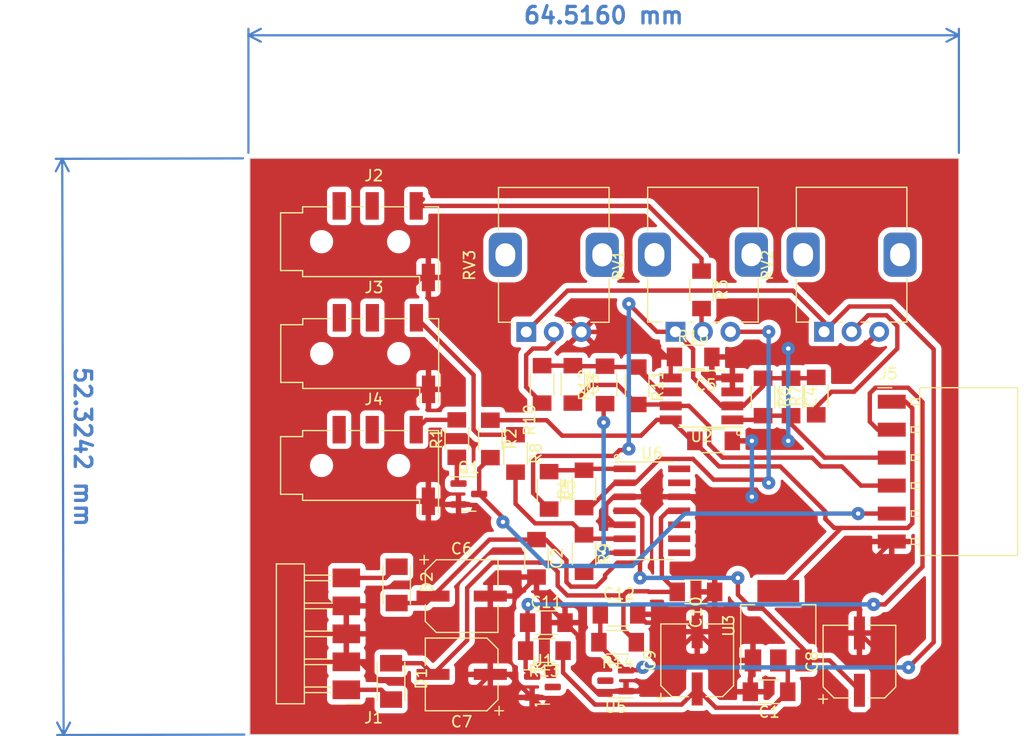
<source format=kicad_pcb>
(kicad_pcb (version 20221018) (generator pcbnew)

  (general
    (thickness 1.6)
  )

  (paper "A4")
  (layers
    (0 "F.Cu" signal)
    (31 "B.Cu" signal)
    (32 "B.Adhes" user "B.Adhesive")
    (33 "F.Adhes" user "F.Adhesive")
    (34 "B.Paste" user)
    (35 "F.Paste" user)
    (36 "B.SilkS" user "B.Silkscreen")
    (37 "F.SilkS" user "F.Silkscreen")
    (38 "B.Mask" user)
    (39 "F.Mask" user)
    (40 "Dwgs.User" user "User.Drawings")
    (41 "Cmts.User" user "User.Comments")
    (42 "Eco1.User" user "User.Eco1")
    (43 "Eco2.User" user "User.Eco2")
    (44 "Edge.Cuts" user)
    (45 "Margin" user)
    (46 "B.CrtYd" user "B.Courtyard")
    (47 "F.CrtYd" user "F.Courtyard")
    (48 "B.Fab" user)
    (49 "F.Fab" user)
    (50 "User.1" user)
    (51 "User.2" user)
    (52 "User.3" user)
    (53 "User.4" user)
    (54 "User.5" user)
    (55 "User.6" user)
    (56 "User.7" user)
    (57 "User.8" user)
    (58 "User.9" user)
  )

  (setup
    (pad_to_mask_clearance 0)
    (aux_axis_origin 33.239 79.41)
    (pcbplotparams
      (layerselection 0x0001000_7fffffff)
      (plot_on_all_layers_selection 0x0000000_00000000)
      (disableapertmacros false)
      (usegerberextensions false)
      (usegerberattributes true)
      (usegerberadvancedattributes true)
      (creategerberjobfile true)
      (dashed_line_dash_ratio 12.000000)
      (dashed_line_gap_ratio 3.000000)
      (svgprecision 4)
      (plotframeref false)
      (viasonmask false)
      (mode 1)
      (useauxorigin false)
      (hpglpennumber 1)
      (hpglpenspeed 20)
      (hpglpendiameter 15.000000)
      (dxfpolygonmode true)
      (dxfimperialunits true)
      (dxfusepcbnewfont true)
      (psnegative false)
      (psa4output false)
      (plotreference true)
      (plotvalue true)
      (plotinvisibletext false)
      (sketchpadsonfab false)
      (subtractmaskfromsilk false)
      (outputformat 5)
      (mirror false)
      (drillshape 2)
      (scaleselection 1)
      (outputdirectory "")
    )
  )

  (net 0 "")
  (net 1 "+3.3V")
  (net 2 "GND")
  (net 3 "+12V")
  (net 4 "Net-(U2B--)")
  (net 5 "/CV")
  (net 6 "Net-(U2A--)")
  (net 7 "/MOD")
  (net 8 "-12V")
  (net 9 "/AREF")
  (net 10 "/ref-10")
  (net 11 "Net-(D1-K)")
  (net 12 "Net-(D2-A)")
  (net 13 "Net-(J2-PadT)")
  (net 14 "Net-(J3-PadT)")
  (net 15 "Net-(J4-PadT)")
  (net 16 "/GATE")
  (net 17 "Net-(Q1-B)")
  (net 18 "Net-(R3-Pad2)")
  (net 19 "Net-(U6A--)")
  (net 20 "Net-(R4-Pad2)")
  (net 21 "Net-(R7-Pad1)")
  (net 22 "Net-(U6B--)")
  (net 23 "Net-(R12-Pad1)")
  (net 24 "Net-(R10-Pad1)")
  (net 25 "unconnected-(U6D---Pad13)")
  (net 26 "unconnected-(U6-Pad14)")

  (footprint "fab:CP_Elec_D6.3mm_H6.1mm" (layer "F.Cu") (at 52.476 73.949 180))

  (footprint "fab:C_1206" (layer "F.Cu") (at 82.388 48.754 -90))

  (footprint "fab:PinSocket_1x06_P2.54mm_Horizontal_SMD" (layer "F.Cu") (at 91.532 49.184))

  (footprint "fab:SOD-123T" (layer "F.Cu") (at 46.574 65.82 90))

  (footprint "Connector_Audio:Jack_3.5mm_KoreanHropartsElec_PJ-320D-4A_Horizontal" (layer "F.Cu") (at 44.502 54.974))

  (footprint "fab:R_1206" (layer "F.Cu") (at 79.848 48.754 -90))

  (footprint "fab:SOIC-14_3.9x8.7mm_P1.27mm" (layer "F.Cu") (at 69.753 59.09))

  (footprint "fab:R_1206" (layer "F.Cu") (at 55.083 52.564 -90))

  (footprint "Package_TO_SOT_SMD:SOT-23" (layer "F.Cu") (at 53.1295 57.566))

  (footprint "Package_TO_SOT_SMD:SOT-23" (layer "F.Cu") (at 66.4645 74.518 180))

  (footprint "fab:CP_Elec_D6.3mm_H6.1mm" (layer "F.Cu") (at 73.865 72.669 90))

  (footprint "Potentiometer_THT:Potentiometer_Alps_RK09K_Single_Vertical" (layer "F.Cu") (at 58.343 42.849 90))

  (footprint "fab:R_1206" (layer "F.Cu") (at 63.592 57.107 90))

  (footprint "fab:C_1206" (layer "F.Cu") (at 66.767 68.488))

  (footprint "fab:R_1206" (layer "F.Cu") (at 74.26 39.024 -90))

  (footprint "fab:C_1206" (layer "F.Cu") (at 75.354 52.74))

  (footprint "Potentiometer_THT:Potentiometer_Alps_RK09K_Single_Vertical" (layer "F.Cu") (at 71.887 42.834 90))

  (footprint "fab:R_1206" (layer "F.Cu") (at 65.497 47.66 90))

  (footprint "fab:C_1206" (layer "F.Cu") (at 59.274 63.408 -90))

  (footprint "fab:R_1206" (layer "F.Cu") (at 84.674 48.676 90))

  (footprint "fab:CP_Elec_D6.3mm_H6.1mm" (layer "F.Cu") (at 52.476 66.837))

  (footprint "fab:R_1206" (layer "F.Cu") (at 68.418 47.738 -90))

  (footprint "fab:R_1206" (layer "F.Cu") (at 52.035 52.535 90))

  (footprint "fab:C_1206" (layer "F.Cu") (at 60.163 69.25))

  (footprint "Connector_Audio:Jack_3.5mm_KoreanHropartsElec_PJ-320D-4A_Horizontal" (layer "F.Cu") (at 44.517 44.814))

  (footprint "fab:R_1206" (layer "F.Cu") (at 63.592 62.978 -90))

  (footprint "Connector_Audio:Jack_3.5mm_KoreanHropartsElec_PJ-320D-4A_Horizontal" (layer "F.Cu") (at 44.502 34.654))

  (footprint "fab:R_1206" (layer "F.Cu") (at 66.64 71.028 180))

  (footprint "fab:R_1206" (layer "F.Cu") (at 60.417 57.234 -90))

  (footprint "fab:C_1206" (layer "F.Cu") (at 80.391 75.523 180))

  (footprint "Package_TO_SOT_SMD:SOT-223-3_TabPin2" (layer "F.Cu") (at 81.231 69.529 90))

  (footprint "fab:SOIC-8_3.9x4.9mm_P1.27mm" (layer "F.Cu") (at 74.26 48.93 180))

  (footprint "fab:R_1206" (layer "F.Cu") (at 73.498 45.12))

  (footprint "Potentiometer_THT:Potentiometer_Alps_RK09K_Single_Vertical" (layer "F.Cu") (at 85.389 42.834 90))

  (footprint "fab:R_1206" (layer "F.Cu") (at 59.987 71.79 180))

  (footprint "fab:C_1206" (layer "F.Cu") (at 62.576 47.611 -90))

  (footprint "Package_TO_SOT_SMD:SOT-23" (layer "F.Cu") (at 59.8115 75.092))

  (footprint "fab:PinHeader_1x05_P2.54mm_Horizontal_SMD" (layer "F.Cu") (at 42.002 75.346 180))

  (footprint "fab:SOD-123T" (layer "F.Cu") (at 46.066 74.583 90))

  (footprint "fab:C_1206" (layer "F.Cu") (at 73.752 66.456 180))

  (footprint "fab:CP_Elec_D6.3mm_H6.1mm" (layer "F.Cu") (at 88.597 72.789 90))

  (footprint "fab:R_1206" (layer "F.Cu") (at 57.369 53.883 -90))

  (footprint "fab:R_1206" (layer "F.Cu") (at 59.782 47.611 90))

  (gr_rect (start 33.239 27.086) (end 97.628 79.41)
    (stroke (width 0.1) (type default)) (fill none) (layer "Edge.Cuts") (tstamp 05df4ba1-d896-4185-8523-ce9b167025f4))
  (dimension (type aligned) (layer "B.Cu") (tstamp 8668afa8-d06e-4530-93b3-cc02c8cfb226)
    (pts (xy 33.239 79.41) (xy 33.112 27.086))
    (height -16.908064)
    (gr_text "52.3242 mm" (at 18.067481 53.28467 -89.86093285) (layer "B.Cu") (tstamp 8668afa8-d06e-4530-93b3-cc02c8cfb226)
      (effects (font (size 1.5 1.5) (thickness 0.3)))
    )
    (format (prefix "") (suffix "") (units 3) (units_format 1) (precision 4))
    (style (thickness 0.2) (arrow_length 1.27) (text_position_mode 0) (extension_height 0.58642) (extension_offset 0.5) keep_text_aligned)
  )
  (dimension (type aligned) (layer "B.Cu") (tstamp d4af851e-b72c-42bb-a0f9-2f745b8fdaff)
    (pts (xy 33.112 27.086) (xy 97.628 27.086))
    (height -11.176)
    (gr_text "64.5160 mm" (at 65.37 14.11) (layer "B.Cu") (tstamp d4af851e-b72c-42bb-a0f9-2f745b8fdaff)
      (effects (font (size 1.5 1.5) (thickness 0.3)))
    )
    (format (prefix "") (suffix "") (units 3) (units_format 1) (precision 4))
    (style (thickness 0.2) (arrow_length 1.27) (text_position_mode 0) (extension_height 0.58642) (extension_offset 0.5) keep_text_aligned)
  )

  (segment (start 93.402 49.784) (end 93.402 60.2275) (width 0.4) (layer "F.Cu") (net 1) (tstamp 01cf3e50-a001-4b94-bdb0-e7d22aaf7633))
  (segment (start 73.654 52.869898) (end 75.848102 55.064) (width 0.4) (layer "F.Cu") (net 1) (tstamp 0955625b-4f14-4085-ad63-314c62412ee5))
  (segment (start 73.654 52.74) (end 73.654 52.869898) (width 0.4) (layer "F.Cu") (net 1) (tstamp 176c876c-e325-4b0f-aa40-cb789074d5b0))
  (segment (start 85.506 59.841057) (end 86.313943 60.649) (width 0.4) (layer "F.Cu") (net 1) (tstamp 35f9b2df-436e-42ae-bd3b-74f488663656))
  (segment (start 72.446 76.688) (end 73.865 75.269) (width 0.4) (layer "F.Cu") (net 1) (tstamp 37475aa3-0fe4-47c0-8f20-7fb48e37ab37))
  (segment (start 61.598 52.27) (end 68.761 52.27) (width 0.4) (layer "F.Cu") (net 1) (tstamp 3dd27126-c5f6-411f-ba7a-44a604ae8c49))
  (segment (start 61.687 71.79) (end 61.687 73.7952) (width 0.4) (layer "F.Cu") (net 1) (tstamp 423184f4-d08e-40b8-a065-fe58a63d5000))
  (segment (start 82.091 75.523) (end 82.091 73.539) (width 0.4) (layer "F.Cu") (net 1) (tstamp 42ee6357-5b8a-47fd-b458-4e4701fcd35a))
  (segment (start 92.802 49.184) (end 93.402 49.784) (width 0.4) (layer "F.Cu") (net 1) (tstamp 47817db9-1468-4890-8bf0-618d31170d2e))
  (segment (start 91.532 49.184) (end 92.802 49.184) (width 0.4) (layer "F.Cu") (net 1) (tstamp 49faeeb4-240e-4a6c-9403-4087687cdd59))
  (segment (start 82.091 73.539) (end 81.231 72.679) (width 0.4) (layer "F.Cu") (net 1) (tstamp 4ae428bb-cc31-42d3-80ac-d80a12b0047d))
  (segment (start 73.865 75.269) (end 75.569 76.973) (width 0.4) (layer "F.Cu") (net 1) (tstamp 71798232-0d97-43cb-8425-5a11e13ca39e))
  (segment (start 64.5798 76.688) (end 72.446 76.688) (width 0.4) (layer "F.Cu") (net 1) (tstamp 769eb181-b0b2-4ad2-af6d-23e2907db5e8))
  (segment (start 73.365 52.74) (end 71.46 50.835) (width 0.4) (layer "F.Cu") (net 1) (tstamp 85060295-7e07-495f-bbb8-85360fc08fef))
  (segment (start 93.402 60.2275) (end 92.9805 60.649) (width 0.4) (layer "F.Cu") (net 1) (tstamp 88ec2fe4-d397-4d25-b822-de0d7aec3be4))
  (segment (start 92.9805 60.649) (end 86.961 60.649) (width 0.4) (layer "F.Cu") (net 1) (tstamp 8adc1ee2-ef6d-4b09-8e7f-8335f94b8e75))
  (segment (start 68.761 52.27) (end 70.196 50.835) (width 0.4) (layer "F.Cu") (net 1) (tstamp 972acd7a-02cf-4912-bfa2-9ebf6775bcf9))
  (segment (start 70.196 50.835) (end 71.46 50.835) (width 0.4) (layer "F.Cu") (net 1) (tstamp 98cdedc8-8cfa-4946-88dc-d24430f597fe))
  (segment (start 75.848102 55.064) (end 81.41 55.064) (width 0.4) (layer "F.Cu") (net 1) (tstamp aad61c2b-e356-40d9-b6e0-6d82d475e1f2))
  (segment (start 60.192 50.864) (end 61.598 52.27) (width 0.4) (layer "F.Cu") (net 1) (tstamp ab3857f8-d422-4e08-b130-aeefea3546dc))
  (segment (start 73.654 52.74) (end 73.365 52.74) (width 0.4) (layer "F.Cu") (net 1) (tstamp af61bb82-5e21-4b65-8ef5-45cd8c79d277))
  (segment (start 75.569 76.973) (end 80.641 76.973) (width 0.4) (layer "F.Cu") (net 1) (tstamp b4fef6bf-8813-45ad-8fad-08b687c8c023))
  (segment (start 85.506 59.16) (end 85.506 59.841057) (width 0.4) (layer "F.Cu") (net 1) (tstamp b5120712-40d9-4acb-8162-b432baeaf23f))
  (segment (start 61.687 73.7952) (end 64.5798 76.688) (width 0.4) (layer "F.Cu") (net 1) (tstamp b6f232ce-e352-4b31-933b-789483fc0276))
  (segment (start 86.961 60.649) (end 81.231 66.379) (width 0.4) (layer "F.Cu") (net 1) (tstamp bc3f5f5a-4074-48d2-83fc-1e691dfdde65))
  (segment (start 80.641 76.973) (end 82.091 75.523) (width 0.4) (layer "F.Cu") (net 1) (tstamp c65c5751-aef8-4f14-b467-c18eee6c7a69))
  (segment (start 86.313943 60.649) (end 86.961 60.649) (width 0.4) (layer "F.Cu") (net 1) (tstamp cdc270b6-326e-436b-a49e-722b3b0c3be9))
  (segment (start 55.083 50.864) (end 60.192 50.864) (width 0.4) (layer "F.Cu") (net 1) (tstamp d920d880-3d66-4db5-927c-4553454c623b))
  (segment (start 81.41 55.064) (end 85.506 59.16) (width 0.4) (layer "F.Cu") (net 1) (tstamp f319ea4a-77db-48f6-b29f-fdee8f7a9dd0))
  (segment (start 47.082 43.3612) (end 49.467 45.7462) (width 0.4) (layer "F.Cu") (net 2) (tstamp 001b1529-08a1-49fa-b226-c1e47cac8616))
  (segment (start 68.814 42.849) (end 71.593 45.628) (width 0.4) (layer "F.Cu") (net 2) (tstamp 0cd2092f-b2fd-4258-9619-e525fe686472))
  (segment (start 46.1341 52.5883) (end 49.452 55.9062) (width 0.4) (layer "F.Cu") (net 2) (tstamp 0e3312a7-6711-42d8-ab0b-2a31a1d0b8b0))
  (segment (start 44.992 74.546) (end 47.552 74.546) (width 0.4) (layer "F.Cu") (net 2) (tstamp 14a5f22c-4843-4869-af6d-7f6b6fd97ecd))
  (segment (start 90.389 42.834) (end 88.889 44.334) (width 0.4) (layer "F.Cu") (net 2) (tstamp 16c68b2f-25d3-4dc5-a06d-e90487e7c497))
  (segment (start 66.3995 60.36) (end 65.5995 59.56) (width 0.4) (layer "F.Cu") (net 2) (tstamp 17392672-2e80-4b29-bbf4-63d6c01e8903))
  (segment (start 75.198 45.12) (end 76.685 45.12) (width 0.4) (layer "F.Cu") (net 2) (tstamp 1877649e-1995-4c82-a34d-552c1081b4e5))
  (segment (start 73.865 70.069) (end 73.865 68.043) (width 0.4) (layer "F.Cu") (net 2) (tstamp 1a4a98fb-44dc-4468-8f92-cfc58c830541))
  (segment (start 47.552 74.546) (end 48.098 75.092) (width 0.4) (layer "F.Cu") (net 2) (tstamp 21b87e1e-cb4a-4129-81f1-e76ea73d69ed))
  (segment (start 78.691 75.523) (end 78.691 72.919) (width 0.4) (layer "F.Cu") (net 2) (tstamp 223cef9b-4d0a-46d5-8044-9550cd917dca))
  (segment (start 42.002 67.726) (end 40.752 67.726) (width 0.4) (layer "F.Cu") (net 2) (tstamp 2bf8db9f-7378-4781-8522-e22a0b556993))
  (segment (start 90.897 75.9375) (end 90.897 72.489) (width 0.4) (layer "F.Cu") (net 2) (tstamp 2f5755d2-5fa9-4b2e-a044-24c73d5e25c1))
  (segment (start 40.152 67.126) (end 40.152 64.0875) (width 0.4) (layer "F.Cu") (net 2) (tstamp 2fab48d3-3557-4689-bd30-6ffcd8cf4e5f))
  (segment (start 49.452 37.904) (end 48.852 37.904) (width 0.4) (layer "F.Cu") (net 2) (tstamp 306cdbcf-9f00-4897-b4bf-283ac1c2609d))
  (segment (start 72.228 57.82) (end 67.278 57.82) (width 0.4) (layer "F.Cu") (net 2) (tstamp 334f83fc-57ae-43e8-8b70-8c557f4d5fb5))
  (segment (start 67.402 75.468) (end 64.6788 75.468) (width 0.4) (layer "F.Cu") (net 2) (tstamp 37bd1da5-cb91-4b79-9ded-946d7d0e605a))
  (segment (start 67.402 75.468) (end 68.466 75.468) (width 0.4) (layer "F.Cu") (net 2) (tstamp 3809961a-5ccd-458a-8ec4-f82c1ce240c8))
  (segment (start 71.46 47.025) (end 71.46 45.458) (width 0.4) (layer "F.Cu") (net 2) (tstamp 3ecfa056-e004-4b40-aad5-3d2abe764d2d))
  (segment (start 71.46 45.458) (end 71.798 45.12) (width 0.4) (layer "F.Cu") (net 2) (tstamp 40c54f30-170b-4ca0-bf0a-77bc8c292787))
  (segment (start 78.832 57.82) (end 72.228 57.82) (width 0.4) (layer "F.Cu") (net 2) (tstamp 4960f2f8-3c27-474e-baea-0c50098ef0ac))
  (segment (start 60.605 77.773) (end 89.0615 77.773) (width 0.4) (layer "F.Cu") (net 2) (tstamp 4ba0dd3b-d5f9-48b6-9246-f3651ce841e8))
  (segment (start 57.545 66.837) (end 59.274 65.108) (width 0.4) (layer "F.Cu") (net 2) (tstamp 51abd028-2f71-4552-a40b-16c9addbde37))
  (segment (start 76.685 45.12) (end 77.193 45.628) (width 0.4) (layer "F.Cu") (net 2) (tstamp 5656f69d-567f-4f6c-b155-f8bd9082e05c))
  (segment (start 88.597 64.819) (end 91.532 61.884) (width 0.4) (layer "F.Cu") (net 2) (tstamp 59c3ca54-7373-4150-a84a-c5bf593e8ed4))
  (segment (start 78.931 72.679) (end 76.475 72.679) (width 0.4) (layer "F.Cu") (net 2) (tstamp 5b1877f7-99f9-4908-a744-aa55492b2367))
  (segment (start 48.098 75.092) (end 53.933 75.092) (width 0.4) (layer "F.Cu") (net 2) (tstamp 60b27d9c-63e2-49be-bb76-8a284637867d))
  (segment (start 46.1341 50.7969) (end 46.1341 52.5883) (width 0.4) (layer "F.Cu") (net 2) (tstamp 62e0c04e-917d-40a1-9ffe-de23c799f56c))
  (segment (start 78.691 72.919) (end 78.931 72.679) (width 0.4) (layer "F.Cu") (net 2) (tstamp 6380c8c6-02d9-43ff-a09f-164256f52cf2))
  (segment (start 78.487 44.334) (end 77.193 45.628) (width 0.4) (layer "F.Cu") (net 2) (tstamp 63b54888-1a24-422d-84a1-cb35232bc0db))
  (segment (start 48.852 37.904) (end 47.082 39.674) (width 0.4) (layer "F.Cu") (net 2) (tstamp 693d118a-6927-4c0c-a002-bcd0c209f383))
  (segment (start 77.054 52.74) (end 78.832 52.74) (width 0.4) (layer "F.Cu") (net 2) (tstamp 6d89e854-ebe4-4196-b081-549685f390d2))
  (segment (start 58.874 76.042) (end 60.605 77.773) (width 0.4) (layer "F.Cu") (net 2) (tstamp 6ececd5e-74a9-49d2-b1aa-14aea951cae9))
  (segment (start 65.5995 59.56) (end 65.5995 58.4985) (width 0.4) (layer "F.Cu") (net 2) (tstamp 704a3a98-c36e-40a3-a155-ec0adc5b265c))
  (segment (start 55.076 66.837) (end 57.545 66.837) (width 0.4) (layer "F.Cu") (net 2) (tstamp 73aa358b-5190-47b8-8a2a-c687961876ee))
  (segment (start 65.5995 58.4985) (end 66.278 57.82) (width 0.4) (layer "F.Cu") (net 2) (tstamp 77db6d5e-36a8-4e43-90d8-256c8506d73f))
  (segment (start 49.452 55.9062) (end 49.452 58.224) (width 0.4) (layer "F.Cu") (net 2) (tstamp 7be9675a-5f76-4c39-a125-48802eb15e85))
  (segment (start 75.452 60.044) (end 73.228 57.82) (width 0.4) (layer "F.Cu") (net 2) (tstamp 81c660c1-87df-4bd7-bbb7-fa686728bae6))
  (segment (start 40.752 67.726) (end 40.152 67.126) (width 0.4) (layer "F.Cu") (net 2) (tstamp 831640cc-d477-4519-8975-34d0107bfe21))
  (segment (start 77.06 45.761) (end 77.06 47.025) (width 0.4) (layer "F.Cu") (net 2) (tstamp 856b0fc7-b06b-47ef-8a09-350afd5efc84))
  (segment (start 55.076 73.949) (end 55.076 66.837) (width 0.4) (layer "F.Cu") (net 2) (tstamp 885d4ef3-6fbd-4fab-bcfd-53b2cbf6b2c3))
  (segment (start 63.211 74.0002) (end 63.211 70.598) (width 0.4) (layer "F.Cu") (net 2) (tstamp 8ab93b21-7209-4239-b6c3-888848fc0fee))
  (segment (start 59.274 66.661) (end 59.274 65.108) (width 0.4) (layer "F.Cu") (net 2) (tstamp 8f615d38-c2d5-4fa2-bfd0-c870003897d1))
  (segment (start 73.046 69.25) (end 69.229 69.25) (width 0.4) (layer "F.Cu") (net 2) (tstamp 92832110-59bd-4f82-938f-1ca79ddddf1b))
  (segment (start 49.744 58.516) (end 49.452 58.224) (width 0.4) (layer "F.Cu") (net 2) (tstamp 942cec8c-1780-44c1-972a-37c7f0da5cf8))
  (segment (start 63.343 42.849) (end 68.814 42.849) (width 0.4) (layer "F.Cu") (net 2) (tstamp 96f9f977-b5dd-40ed-a42f-59a5c130f589))
  (segment (start 61.863 69.25) (end 59.274 66.661) (width 0.4) (layer "F.Cu") (net 2) (tstamp 9804f502-42d3-42bd-a7ae-dcb9350b77a1))
  (segment (start 88.889 44.334) (end 78.487 44.334) (width 0.4) (layer "F.Cu") (net 2) (tstamp 98ae3e65-2e25-4e32-a077-a1c49c7b0873))
  (segment (start 46.0155 58.224) (end 49.452 58.224) (width 0.4) (layer "F.Cu") (net 2) (tstamp 995c9e8a-356a-4650-9c84-316dc8cd2876))
  (segment (start 49.467 48.064) (end 48.867 48.064) (width 0.4) (layer "F.Cu") (net 2) (tstamp a62f4d24-5c4c-45e4-bee7-08f3db92e5a5))
  (segment (start 78.832 52.74) (end 82.134 52.74) (width 0.4) (layer "F.Cu") (net 2) (tstamp a6b66f38-9ffd-4078-8373-841dd09cdf29))
  (segment (start 77.193 45.628) (end 77.06 45.761) (width 0.4) (layer "F.Cu") (net 2) (tstamp a75fc89a-bb03-432a-8984-a85e7735b9e6))
  (segment (start 40.152 64.0875) (end 46.0155 58.224) (width 0.4) (layer "F.Cu") (net 2) (tstamp a7b341bf-88a0-4d37-90e8-78be36480e6a))
  (segment (start 69.229 69.25) (end 68.467 68.488) (width 0.4) (layer "F.Cu") (net 2) (tstamp a91be285-1764-4b35-b215-8ac69a8fbb58))
  (segment (start 53.933 75.092) (end 55.076 73.949) (width 0.4) (layer "F.Cu") (net 2) (tstamp ab0d99d9-dafb-4271-b72a-15a4c194f309))
  (segment (start 75.452 66.456) (end 75.452 60.044) (width 0.4) (layer "F.Cu") (net 2) (tstamp adfb90dc-b03b-448d-af6b-16d1cdbdfc67))
  (segment (start 42.002 70.266) (end 42.002 67.726) (width 0.4) (layer "F.Cu") (net 2) (tstamp ae4291aa-677d-498b-ad1b-169b2a060a70))
  (segment (start 73.228 57.82) (end 72.228 57.82) (width 0.4) (layer "F.Cu") (net 2) (tstamp b214bea3-2536-4771-916d-a670aebb3e39))
  (segment (start 64.6788 75.468) (end 63.211 74.0002) (width 0.4) (layer "F.Cu") (net 2) (tstamp b6c10caa-e16b-4f51-b075-1557bd10f596))
  (segment (start 77.06 47.025) (end 77.06 48.295) (width 0.4) (layer "F.Cu") (net 2) (tstamp b7d8d201-59c7-4743-98ef-07e3a63f7f16))
  (segment (start 67.278 60.36) (end 66.3995 60.36) (width 0.4) (layer "F.Cu") (net 2) (tstamp b85d3b69-5453-4a8b-b666-9b2fb74a08b5))
  (segment (start 48.867 48.064) (end 46.1341 50.7969) (width 0.4) (layer "F.Cu") (net 2) (tstamp bef99040-b573-483f-9c56-b55ec6e0475b))
  (segment (start 49.467 45.7462) (end 49.467 48.064) (width 0.4) (layer "F.Cu") (net 2) (tstamp bf722756-e895-4657-9c35-272b62ac92e7))
  (segment (start 76.475 72.679) (end 73.865 70.069) (width 0.4) (layer "F.Cu") (net 2) (tstamp c10e97dd-2adc-4a19-9af1-53469e11d0fb))
  (segment (start 56.781 73.949) (end 58.874 76.042) (width 0.4) (layer "F.Cu") (net 2) (tstamp c2836fb0-db1a-4556-88e9-e5f91698fd2c))
  (segment (start 43.252 72.806) (end 44.992 74.546) (width 0.4) (layer "F.Cu") (net 2) (tstamp c412fe4c-918d-48fa-b4e6-7f75e8232acc))
  (segment (start 89.0615 77.773) (end 90.897 75.9375) (width 0.4) (layer "F.Cu") (net 2) (tstamp cd0d2455-8bb5-4441-a0e9-6788ade3b367))
  (segment (start 42.002 72.806) (end 43.252 72.806) (width 0.4) (layer "F.Cu") (net 2) (tstamp d1653f08-876a-4f27-9f1e-e5174cdbb91c))
  (segment (start 47.082 39.674) (end 47.082 43.3612) (width 0.4) (layer "F.Cu") (net 2) (tstamp d628c313-95d3-4347-be97-0a01469cf694))
  (segment (start 52.192 58.516) (end 49.744 58.516) (width 0.4) (layer "F.Cu") (net 2) (tstamp d65e47c3-a584-4811-9a26-2b784b527799))
  (segment (start 66.278 57.82) (end 67.278 57.82) (width 0.4) (layer "F.Cu") (net 2) (tstamp d9b431ab-9e9c-4403-85d8-01e12f14c8ad))
  (segment (start 73.046 69.25) (end 73.865 70.069) (width 0.4) (layer "F.Cu") (net 2) (tstamp dbf9af2e-6c5b-4b3a-bb6e-ef834128a1a1))
  (segment (start 42.002 72.806) (end 42.002 70.266) (width 0.4) (layer "F.Cu") (net 2) (tstamp dc10ee4a-ec50-448a-9250-7eac67b83e5d))
  (segment (start 88.597 70.189) (end 88.597 64.819) (width 0.4) (layer "F.Cu") (net 2) (tstamp dfd13be2-5696-4607-9814-db3606849104))
  (segment (start 90.897 72.489) (end 88.597 70.189) (width 0.4) (layer "F.Cu") (net 2) (tstamp e7b3cebc-5495-423b-9f61-998ca69b4ccb))
  (segment (start 73.865 68.043) (end 75.452 66.456) (width 0.4) (layer "F.Cu") (net 2) (tstamp ee601a71-7c19-43e4-a403-76b9cab0e48e))
  (segment (start 63.211 70.598) (end 61.863 69.25) (width 0.4) (layer "F.Cu") (net 2) (tstamp f04c9f4c-9aeb-4ce6-be6b-3433383d0ecf))
  (segment (start 55.076 73.949) (end 56.781 73.949) (width 0.4) (layer "F.Cu") (net 2) (tstamp f46f00d7-11d6-44e2-bf12-be5553669322))
  (segment (start 68.466 75.468) (end 73.865 70.069) (width 0.4) (layer "F.Cu") (net 2) (tstamp ff8841e2-d0d2-4da5-be09-3a2ebd85ac40))
  (via (at 82.134 44.358) (size 1.2) (drill 0.4) (layers "F.Cu" "B.Cu") (net 2) (tstamp 12e34d71-2387-4a1a-8f07-6b87513b410f))
  (via (at 82.134 52.74) (size 1.2) (drill 0.4) (layers "F.Cu" "B.Cu") (net 2) (tstamp 55810dab-1efc-4cc9-bd01-9b8333293c62))
  (via (at 78.832 52.74) (size 1.2) (drill 0.4) (layers "F.Cu" "B.Cu") (net 2) (tstamp 62ad78f4-01b5-4871-b857-64582a1e5c39))
  (via (at 78.832 57.82) (size 1.2) (drill 0.4) (layers "F.Cu" "B.Cu") (net 2) (tstamp 9f0dbca7-332d-45fb-a3ec-1b8a2686c5f1))
  (segment (start 78.832 52.74) (end 78.832 57.82) (width 0.4) (layer "B.Cu") (net 2) (tstamp 07b49e9d-8357-4e9e-810e-0c3d1857ebf0))
  (segment (start 82.134 52.74) (end 82.134 44.358) (width 0.4) (layer "B.Cu") (net 2) (tstamp 98d2c22e-bee7-42b4-a571-fe213c46b848))
  (segment (start 83.531 71.679) (end 79.831 67.979) (width 0.4) (layer "F.Cu") (net 3) (tstamp 01c3bbae-54c1-42b4-833f-7963b5fd9fa5))
  (segment (start 55.005 61.708) (end 59.274 61.708) (width 0.4) (layer "F.Cu") (net 3) (tstamp 09c1a44c-6f4f-4761-8ebe-7ed056607cdd))
  (segment (start 46.574 67.47) (end 49.243 67.47) (width 0.4) (layer "F.Cu") (net 3) (tstamp 09d5b53c-b629-41a2-b06c-84c6f8e646d8))
  (segment (start 60.114 61.708) (end 59.274 61.708) (width 0.4) (layer "F.Cu") (net 3) (tstamp 09eadf86-e326-4004-ac7c-bd21a9ace90c))
  (segment (start 68.5265 63.8) (end 66.629 63.8) (width 0.4) (layer "F.Cu") (net 3) (tstamp 0d16be05-b4b0-4754-9743-168fc30af9d5))
  (segment (start 68.878 63.4485) (end 68.672 63.6545) (width 0.4) (layer "F.Cu") (net 3) (tstamp 10a70e5e-b429-488b-8288-e46cc01f5453))
  (segment (start 49.876 66.837) (end 55.005 61.708) (width 0.4) (layer "F.Cu") (net 3) (tstamp 1c2f9fda-09b2-4017-b1fb-7c50168b7534))
  (segment (start 68.878 63.4485) (end 68.5265 63.8) (width 0.4) (layer "F.Cu") (net 3) (tstamp 1d199a46-bdb4-4f50-a9ca-cc4793616e7c))
  (segment (start 68.278 59.09) (end 68.878 59.69) (width 0.4) (layer "F.Cu") (net 3) (tstamp 20c76b79-e100-4991-907a-9f0d5795328e))
  (segment (start 64.6905 65.978) (end 62.405 65.978) (width 0.4) (layer "F.Cu") (net 3) (tstamp 22af871d-1026-4a55-b2ee-c9ac47327259))
  (segment (start 77.562 65.186) (end 77.562 66.709) (width 0.4) (layer "F.Cu") (net 3) (tstamp 362dc95b-8b0f-4ec1-b776-da82d0ac9aca))
  (segment (start 78.832 67.979) (end 78.6115 67.979) (width 0.4) (layer "F.Cu") (net 3) (tstamp 4347b2e2-ac7d-4222-92ea-429ea645d5e4))
  (segment (start 66.629 63.8) (end 65.497 64.932) (width 0.4) (layer "F.Cu") (net 3) (tstamp 4bc2c6ce-879d-4c49-af01-3fab632c0b82))
  (segment (start 77.562 66.709) (end 78.832 67.979) (width 0.4) (layer "F.Cu") (net 3) (tstamp 5244d998-fee7-4b35-9897-8623d54fb726))
  (segment (start 68.878 59.69) (end 68.878 63.4485) (width 0.4) (layer "F.Cu") (net 3) (tstamp 5f680475-4166-4d11-a620-94203181efcb))
  (segment (start 85.887 72.679) (end 88.597 75.389) (width 0.4) (layer "F.Cu") (net 3) (tstamp 7dbb5ad9-759f-443f-a07c-d1131cd57f4b))
  (segment (start 68.672 63.6545) (end 68.672 65.186) (width 0.4) (layer "F.Cu") (net 3) (tstamp 897de961-51f5-4d90-8001-5ab94f3c91d4))
  (segment (start 83.531 72.679) (end 85.887 72.679) (width 0.4) (layer "F.Cu") (net 3) (tstamp 92eef939-25e9-4d93-b51d-2dbf93abcc20))
  (segment (start 61.994 63.588) (end 60.114 61.708) (width 0.4) (layer "F.Cu") (net 3) (tstamp 9ec913d3-aa4b-4a05-9c82-6f743cb6bfe7))
  (segment (start 65.497 64.932) (end 65.497 65.1715) (width 0.4) (layer "F.Cu") (net 3) (tstamp bc686f36-75be-4685-b851-809c9b80ff7f))
  (segment (start 49.243 67.47) (end 49.876 66.837) (width 0.4) (layer "F.Cu") (net 3) (tstamp c1b0163e-4cc0-49e4-9d5c-60ec18b2f7d1))
  (segment (start 61.994 65.567) (end 61.994 63.588) (width 0.4) (layer "F.Cu") (net 3) (tstamp d583e3e2-8aaf-4d76-97e8-d01fc7dc4526))
  (segment (start 62.405 65.978) (end 61.994 65.567) (width 0.4) (layer "F.Cu") (net 3) (tstamp db13de98-9d90-47ba-ba7f-9edbb9c2e377))
  (segment (start 79.831 67.979) (end 78.832 67.979) (width 0.4) (layer "F.Cu") (net 3) (tstamp e507970d-f798-4a88-a902-f809d7ee871b))
  (segment (start 83.531 72.679) (end 83.531 71.679) (width 0.4) (layer "F.Cu") (net 3) (tstamp ead5a207-28c2-4edb-a8f3-8082681d18b4))
  (segment (start 65.497 65.1715) (end 64.6905 65.978) (width 0.4) (layer "F.Cu") (net 3) (tstamp ef0b26d7-46a6-4da2-8e4e-e641c322f2a2))
  (segment (start 67.278 59.09) (end 68.278 59.09) (width 0.4) (layer "F.Cu") (net 3) (tstamp f7e3c19f-3fa1-439d-b4d3-a96777b16090))
  (segment (start 66.3995 59.09) (end 67.278 59.09) (width 0.4) (layer "F.Cu") (net 3) (tstamp fa6e02dc-0d86-4221-958e-17f18ed77624))
  (via (at 77.562 65.186) (size 1.2) (drill 0.4) (layers "F.Cu" "B.Cu") (net 3) (tstamp 7b9ff9b8-3af3-4131-889a-237e76562465))
  (via (at 68.672 65.186) (size 1.2) (drill 0.4) (layers "F.Cu" "B.Cu") (net 3) (tstamp dfedb7d0-8434-4cd2-9fd2-b3893a94bf85))
  (segment (start 68.672 65.186) (end 77.562 65.186) (width 0.4) (layer "B.Cu") (net 3) (tstamp 65c3ffea-0d1b-4510-9e02-9be65f453851))
  (segment (start 71.46 48.295) (end 70.46 48.295) (width 0.4) (layer "F.Cu") (net 4) (tstamp 115a9c02-99d2-4fd0-8f46-e8ab1017985d))
  (segment (start 65.497 45.96) (end 62.625 45.96) (width 0.4) (layer "F.Cu") (net 4) (tstamp 48667aca-4860-4a7b-9a08-a14dbaf18251))
  (segment (start 69.278 46.898) (end 68.418 46.038) (width 0.4) (layer "F.Cu") (net 4) (tstamp 4950da69-f3dd-4594-9aa2-843524d721ab))
  (segment (start 68.418 46.253) (end 68.418 46.038) (width 0.4) (layer "F.Cu") (net 4) (tstamp 53f8d2c5-b5c5-415e-be59-a71a9def4a8f))
  (segment (start 62.576 45.911) (end 59.782 45.911) (width 0.4) (layer "F.Cu") (net 4) (tstamp 6008c15c-018c-4206-8d4e-09f2fe45c140))
  (segment (start 68.418 46.038) (end 65.575 46.038) (width 0.4) (layer "F.Cu") (net 4) (tstamp 81992c55-c747-4220-9b5c-4b8c20dd89ce))
  (segment (start 62.625 45.96) (end 62.576 45.911) (width 0.4) (layer "F.Cu") (net 4) (tstamp a6bed5fd-998e-4461-816c-3b8ec5a179b7))
  (segment (start 70.46 48.295) (end 68.418 46.253) (width 0.4) (layer "F.Cu") (net 4) (tstamp ae7c012a-21d1-48f5-ab85-778547e7a607))
  (segment (start 65.575 46.038) (end 65.497 45.96) (width 0.4) (layer "F.Cu") (net 4) (tstamp cdb8f547-3be0-47f4-824c-093a9cbf52eb))
  (segment (start 62.576 49.311) (end 64.227 47.66) (width 0.4) (layer "F.Cu") (net 5) (tstamp 0129142a-ad17-4361-af35-1bc4ee0aca3f))
  (segment (start 73.117 49.565) (end 71.46 49.565) (width 0.4) (layer "F.Cu") (net 5) (tstamp 0deb73ec-a2ac-45ad-ab60-2d1f516431c6))
  (segment (start 71.333 49.438) (end 71.46 49.565) (width 0.4) (layer "F.Cu") (net 5) (tstamp 16c64288-b195-485d-b518-536779f755c4))
  (segment (start 74.954 53.038528) (end 74.954 51.402) (width 0.4) (layer "F.Cu") (net 5) (tstamp 20f12297-6d0c-4fdd-8f67-367d82aa491d))
  (segment (start 74.954 51.402) (end 73.117 49.565) (width 0.4) (layer "F.Cu") (net 5) (tstamp 29a5a510-6247-4ee2-98b6-52be8d0b5041))
  (segment (start 84.30463 54.264) (end 76.179472 54.264) (width 0.4) (layer "F.Cu") (net 5) (tstamp 4624683e-1c26-4a8a-be16-f425a824c6d8))
  (segment (start 68.418 49.438) (end 71.333 49.438) (width 0.4) (layer "F.Cu") (net 5) (tstamp 5163c74d-ee85-4fdb-bf69-d7a9804bc882))
  (segment (start 64.227 47.66) (end 66.64 47.66) (width 0.4) (layer "F.Cu") (net 5) (tstamp 53f30dab-103a-44c2-9eca-8debe978218c))
  (segment (start 66.64 47.66) (end 68.418 49.438) (width 0.4) (layer "F.Cu") (net 5) (tstamp 5b6ce3f8-3b0c-425c-b654-c2d66fe929c9))
  (segment (start 91.532 56.804) (end 88.738 56.804) (width 0.4) (layer "F.Cu") (net 5) (tstamp 8337a4fa-fa68-4341-8570-be263b388edc))
  (segment (start 86.998 55.064) (end 85.10463 55.064) (width 0.4) (layer "F.Cu") (net 5) (tstamp 83706a5e-80d6-4ade-95f7-89578b5b9e98))
  (segment (start 88.738 56.804) (end 86.998 55.064) (width 0.4) (layer "F.Cu") (net 5) (tstamp 9dd8896d-4224-4c21-b817-be0a5dfb4731))
  (segment (start 76.179472 54.264) (end 74.954 53.038528) (width 0.4) (layer "F.Cu") (net 5) (tstamp 9e6f8550-b4ac-4067-9ac2-95d7b1f6279f))
  (segment (start 85.10463 55.064) (end 84.30463 54.264) (width 0.4) (layer "F.Cu") (net 5) (tstamp d8a37dfa-e219-4953-acec-516128c9c2de))
  (segment (start 78.06 49.565) (end 79.848 47.777) (width 0.4) (layer "F.Cu") (net 6) (tstamp 19129561-8006-45b2-aa68-e822db814216))
  (segment (start 76.06 49.565) (end 73.498 47.003) (width 0.4) (layer "F.Cu") (net 6) (tstamp 2a48c531-69e7-469d-9055-e506bd00259a))
  (segment (start 70.196 42.834) (end 67.656 40.294) (width 0.4) (layer "F.Cu") (net 6) (tstamp 2cf5d259-420e-40a9-bcfd-4c7ba0b12b9b))
  (segment (start 66.816 53.58) (end 67.5455 53.58) (width 0.4) (layer "F.Cu") (net 6) (tstamp 62204bc0-2dce-4785-bfa5-fb66114e807c))
  (segment (start 77.06 49.565) (end 78.06 49.565) (width 0.4) (layer "F.Cu") (net 6) (tstamp 6b97a27c-bde9-4fa0-a613-6869290cc88b))
  (segment (start 71.910528 42.834) (end 71.887 42.834) (width 0.4) (layer "F.Cu") (net 6) (tstamp 6d5a757c-68a9-4f5a-bcc9-f4850aa5a4d0))
  (segment (start 77.06 49.565) (end 76.06 49.565) (width 0.4) (layer "F.Cu") (net 6) (tstamp 6e3c9abe-5e75-4e79-b1c3-80cc176a625c))
  (segment (start 60.417 58.934) (end 58.967 57.484) (width 0.4) (layer "F.Cu") (net 6) (tstamp 72fca821-833a-4de4-b72c-cad5744e1210))
  (segment (start 73.498 47.003) (end 73.498 44.421472) (width 0.4) (layer "F.Cu") (net 6) (tstamp 8a07b824-7ae9-4749-840b-5fe4135709ae))
  (segment (start 66.289 54.107) (end 66.816 53.58) (width 0.4) (layer "F.Cu") (net 6) (tstamp 97d5a967-d37c-4d57-a153-3f145fe5c4ab))
  (segment (start 67.5455 53.58) (end 67.656 53.4695) (width 0.4) (layer "F.Cu") (net 6) (tstamp ad953fe6-6c99-4068-bf9d-8b236bc8110f))
  (segment (start 84.596 47.054) (end 82.388 47.054) (width 0.4) (layer "F.Cu") (net 6) (tstamp aef9a790-c5bc-4b7e-977b-8eccf103afcb))
  (segment (start 73.498 44.421472) (end 71.910528 42.834) (width 0.4) (layer "F.Cu") (net 6) (tstamp b6de2f1d-3ead-4517-b783-28360906f263))
  (segment (start 82.388 47.054) (end 79.848 47.054) (width 0.4) (layer "F.Cu") (net 6) (tstamp bf72178a-0077-4ab7-be48-cf19f60eb53a))
  (segment (start 79.848 47.777) (end 79.848 47.054) (width 0.4) (layer "F.Cu") (net 6) (tstamp c4e24b0f-b1b8-4849-b188-b8f617981142))
  (segment (start 58.967 54.5855) (end 59.4455 54.107) (width 0.4) (layer "F.Cu") (net 6) (tstamp c7704aaf-0692-489a-a213-5db6586ae4c5))
  (segment (start 71.887 42.834) (end 70.196 42.834) (width 0.4) (layer "F.Cu") (net 6) (tstamp ced67ff9-3373-44c3-997d-abc44c461161))
  (segment (start 58.967 57.484) (end 58.967 54.5855) (width 0.4) (layer "F.Cu") (net 6) (tstamp f0f34879-819f-4c46-806f-b932356fd6a6))
  (segment (start 59.4455 54.107) (end 66.289 54.107) (width 0.4) (layer "F.Cu") (net 6) (tstamp f7177cce-fa79-4b29-816d-1192f0ad3330))
  (segment (start 84.674 46.976) (end 84.596 47.054) (width 0.4) (layer "F.Cu") (net 6) (tstamp ffd9544b-a926-495b-90c5-7c356dc5c2ca))
  (via (at 67.656 40.294) (size 1.2) (drill 0.4) (layers "F.Cu" "B.Cu") (net 6) (tstamp 6ea9a13f-2e1e-4b53-88f2-d5f0fa930a7f))
  (via (at 67.656 53.4695) (size 1.2) (drill 0.4) (layers "F.Cu" "B.Cu") (net 6) (tstamp a05761e3-02b6-4573-8a7c-a38d9b4533fb))
  (segment (start 67.656 40.294) (end 67.656 53.4695) (width 0.4) (layer "B.Cu") (net 6) (tstamp fa27aeba-3021-4171-b48f-0515f4a23a5b))
  (segment (start 91.532 54.264) (end 85.436 54.264) (width 0.4) (layer "F.Cu") (net 7) (tstamp 039ff51c-7b6e-4509-b905-99c1bff13d09))
  (segment (start 79.848 50.454) (end 82.388 50.454) (width 0.4) (layer "F.Cu") (net 7) (tstamp 07ef289e-470f-4fa6-b046-3881de97f2c1))
  (segment (start 77.06 50.835) (end 79.467 50.835) (width 0.4) (layer "F.Cu") (net 7) (tstamp 20c30a7a-ff7d-4f96-8ebf-0a98c74b865b))
  (segment (start 79.467 50.835) (end 79.848 50.454) (width 0.4) (layer "F.Cu") (net 7) (tstamp 5d56926f-21e6-49e0-8243-389568879cf2))
  (segment (start 82.388 51.216) (end 82.388 50.454) (width 0.4) (layer "F.Cu") (net 7) (tstamp 9304f47a-e0a2-4499-9b24-4e18ab690af5))
  (segment (start 85.436 54.264) (end 82.388 51.216) (width 0.4) (layer "F.Cu") (net 7) (tstamp a975e9a7-76fe-4046-b502-461a63181134))
  (segment (start 60.3725 63.808) (end 61.194 64.6295) (width 0.4) (layer "F.Cu") (net 8) (tstamp 10676f9c-56bc-40c5-8f31-78bd8273d153))
  (segment (start 52.976 66.0885) (end 55.2755 63.789) (width 0.4) (layer "F.Cu") (net 8) (tstamp 11d79d95-56fe-4cd4-81e5-7c530e294927))
  (segment (start 49.876 73.949) (end 52.976 70.849) (width 0.4) (layer "F.Cu") (net 8) (tstamp 1749b386-7442-496e-ace4-69f44f154101))
  (segment (start 67.167 66.7545) (end 67.167 69.855) (width 0.4) (layer "F.Cu") (net 8) (tstamp 22739d45-cebe-45a4-af8e-23243c5e03e0))
  (segment (start 61.194 64.6295) (end 61.194 65.8984) (width 0.4) (layer "F.Cu") (net 8) (tstamp 24d1bd11-36cb-4b95-a4a8-19d8f5a8e87b))
  (segment (start 67.1435 66.778) (end 67.167 66.7545) (width 0.4) (layer "F.Cu") (net 8) (tstamp 4950ebbb-a7ba-42b7-a503-40e477b25d91))
  (segment (start 59.528 63.789) (end 59.547 63.808) (width 0.4) (layer "F.Cu") (net 8) (tstamp 496a7d4a-95cc-4e3f-ab3c-c7e03c997c15))
  (segment (start 67.5185 66.403) (end 67.167 66.7545) (width 0.4) (layer "F.Cu") (net 8) (tstamp 704440bb-6ff5-4974-8b31-20d3f091ddd9))
  (segment (start 72.052 66.456) (end 70.655 65.059) (width 0.4) (layer "F.Cu") (net 8) (tstamp 721ea30d-15f2-4f26-97c2-baad39bdddfb))
  (segment (start 70.577 59.741) (end 71.228 59.09) (width 0.4) (layer "F.Cu") (net 8) (tstamp 7291e34b-c9b2-431f-9b46-6d1752ab14a3))
  (segment (start 61.194 65.8984) (end 62.0736 66.778) (width 0.4) (layer "F.Cu") (net 8) (tstamp 799d3de2-ccd0-4b3c-86ec-07a50fcf4e39))
  (segment (start 72.052 66.456) (end 69.4685 66.456) (width 0.4) (layer "F.Cu") (net 8) (tstamp 7a23d0e6-4241-4a08-a8f8-49300e77604a))
  (segment (start 70.577 63.3445) (end 70.577 59.741) (width 0.4) (layer "F.Cu") (net 8) (tstamp 898685fb-b1fc-44a9-a70b-b752879ff35f))
  (segment (start 46.066 72.933) (end 48.86 72.933) (width 0.4) (layer "F.Cu") (net 8) (tstamp 8d01d702-b77a-468a-8e03-a46f1d81aef4))
  (segment (start 70.655 63.4225) (end 70.577 63.3445) (width 0.4) (layer "F.Cu") (net 8) (tstamp 8f9dac0e-0e97-4094-aa26-f4ac46ff5a36))
  (segment (start 62.0736 66.778) (end 67.1435 66.778) (width 0.4) (layer "F.Cu") (net 8) (tstamp 96bf91d1-bd34-4cf3-8212-7fa0e910e49c))
  (segment (start 69.4685 66.456) (end 69.4155 66.403) (width 0.4) (layer "F.Cu") (net 8) (tstamp a0b5f153-a8f9-40ec-9e23-85db0cbd2590))
  (segment (start 48.86 72.933) (end 49.876 73.949) (width 0.4) (layer "F.Cu") (net 8) (tstamp b02c1b15-bee3-4148-ad21-e11d781fc563))
  (segment (start 69.4155 66.403) (end 67.5185 66.403) (width 0.4) (layer "F.Cu") (net 8) (tstamp ceadb1ed-ca2c-429c-95d0-ad1793d02ef1))
  (segment (start 55.2755 63.789) (end 59.528 63.789) (width 0.4) (layer "F.Cu") (net 8) (tstamp d0b89238-e20f-4c21-acca-91be2307b630))
  (segment (start 70.655 65.059) (end 70.655 63.4225) (width 0.4) (layer "F.Cu") (net 8) (tstamp d405166a-f50b-4913-ac28-1a942dfd2678))
  (segment (start 52.976 70.849) (end 52.976 66.0885) (width 0.4) (layer "F.Cu") (net 8) (tstamp e0d066ea-8603-48bd-8e91-61cae8350d8b))
  (segment (start 71.228 59.09) (end 72.228 59.09) (width 0.4) (layer "F.Cu") (net 8) (tstamp f824b37c-f3dd-4308-8e9a-bfc8c0aa85d1))
  (segment (start 67.167 69.855) (end 68.34 71.028) (width 0.4) (layer "F.Cu") (net 8) (tstamp fba8f1aa-a6b5-47e7-a632-0f979a95daab))
  (segment (start 59.547 63.808) (end 60.3725 63.808) (width 0.4) (layer "F.Cu") (net 8) (tstamp fc434403-be91-4fd3-9ca2-a1372ecc3730))
  (segment (start 89.538 51) (end 90.262 51.724) (width 0.4) (layer "F.Cu") (net 9) (tstamp 0966d6c8-f2b9-4f20-9c99-5638754161ef))
  (segment (start 90.262 51.724) (end 91.532 51.724) (width 0.4) (layer "F.Cu") (net 9) (tstamp 0db43464-c4d6-4293-82d3-369af8344d7d))
  (segment (start 58.287 73.555) (end 58.874 74.142) (width 0.4) (layer "F.Cu") (net 9) (tstamp 12e88414-eb41-497f-bede-7479bdf1e006))
  (segment (start 89.538 48.4245) (end 89.538 51) (width 0.4) (layer "F.Cu") (net 9) (tstamp 2bd19941-f70b-4591-b9c3-9fa678a8ac1f))
  (segment (start 94.326 49.2245) (end 93.0155 47.914) (width 0.4) (layer "F.Cu") (net 9) (tstamp 3fb03c94-ea9e-4ace-9a9b-b9dce238b5e8))
  (segment (start 58.463 71.614) (end 58.287 71.79) (width 0.4) (layer "F.Cu") (net 9) (tstamp 45f0622b-42a9-4941-b2f7-4a4e71680198))
  (segment (start 89.885455 67.594545) (end 90.901455 67.594545) (width 0.4) (layer "F.Cu") (net 9) (tstamp 837ad9fb-93c4-42b4-a599-e7981eb080d5))
  (segment (start 58.463 69.25) (end 58.463 71.614) (width 0.4) (layer "F.Cu") (net 9) (tstamp 95d97332-2cb9-4383-aece-4ed5599398b5))
  (segment (start 58.463 69.25) (end 58.463 67.546351) (width 0.4) (layer "F.Cu") (net 9) (tstamp b733fc76-35fe-4388-bc3f-f13674e007f4))
  (segment (start 94.326 64.17) (end 94.326 49.2245) (width 0.4) (layer "F.Cu") (net 9) (tstamp b86ea18f-d6bf-4b6a-9994-fec95de9dd6e))
  (segment (start 58.463 67.546351) (end 58.511194 67.594545) (width 0.4) (layer "F.Cu") (net 9) (tstamp bb94a107-a12e-4dc1-bcab-e05345e9299d))
  (segment (start 90.0485 47.914) (end 89.538 48.4245) (width 0.4) (layer "F.Cu") (net 9) (tstamp bc5a16d3-35a5-487f-b70b-eec907790253))
  (segment (start 58.287 71.79) (end 58.287 73.555) (width 0.4) (layer "F.Cu") (net 9) (tstamp c0a296f1-f57b-410c-8724-0b3fe9491953))
  (segment (start 93.0155 47.914) (end 90.0485 47.914) (width 0.4) (layer "F.Cu") (net 9) (tstamp ca45bc61-f4b3-45fc-a00d-9d16fa042280))
  (segment (start 90.901455 67.594545) (end 94.326 64.17) (width 0.4) (layer "F.Cu") (net 9) (tstamp d093fdba-1d9d-4e46-b130-878be6ebaafb))
  (via (at 89.885455 67.594545) (size 1.2) (drill 0.4) (layers "F.Cu" "B.Cu") (net 9) (tstamp 199ca75e-d495-4ee2-b2a8-f344dbd3b21b))
  (via (at 58.511194 67.594545) (size 1.2) (drill 0.4) (layers "F.Cu" "B.Cu") (net 9) (tstamp 6cff6932-228b-4f3c-9e26-95fbc9eeb089))
  (segment (start 58.511194 67.594545) (end 89.885455 67.594545) (width 0.4) (layer "B.Cu") (net 9) (tstamp d90546d8-a814-4a09-ab12-a44303d64ba8))
  (segment (start 82.549 39.094) (end 62.098 39.094) (width 0.4) (layer "F.Cu") (net 10) (tstamp 33e7d80b-718a-4b0f-8b11-89bb570dfd19))
  (segment (start 95.342 71.028) (end 93.056 73.314) (width 0.4) (layer "F.Cu") (net 10) (tstamp 39056805-dd93-43c8-b34d-ef2bf668f8de))
  (segment (start 65.067 70.901) (end 65.067 68.488) (width 0.4) (layer "F.Cu") (net 10) (tstamp 4ea2e119-3a1e-4c57-a2d4-b294c5cf68d5))
  (segment (start 87.6841 40.5389) (end 91.4499 40.5389) (width 0.4) (layer "F.Cu") (net 10) (tstamp 6b5ad749-46bd-443d-97ad-469d68c6f939))
  (segment (start 95.342 44.431) (end 95.342 71.028) (width 0.4) (layer "F.Cu") (net 10) (tstamp 70c8db84-cd79-4102-b4da-2e1545026340))
  (segment (start 64.94 71.233) (end 64.94 71.028) (width 0.4) (layer "F.Cu") (net 10) (tstamp 796f8605-d359-45fd-875d-01323865ff12))
  (segment (start 64.94 71.028) (end 65.067 70.901) (width 0.4) (layer "F.Cu") (net 10) (tstamp 84dae028-59ee-4d0a-bffc-66f8a0eb8b5d))
  (segment (start 69.18 73.568) (end 68.924825 73.312825) (width 0.4) (layer "F.Cu") (net 10) (tstamp 90ba1f84-c5ef-46b1-9806-2d0ce8a35141))
  (segment (start 85.389 41.934) (end 82.549 39.094) (width 0.4) (layer "F.Cu") (net 10) (tstamp 92632a45-e7d2-432b-91bb-ab9cc6834f99))
  (segment (start 85.389 42.834) (end 87.6841 40.5389) (width 0.4) (layer "F.Cu") (net 10) (tstamp c378f0fc-d09a-4d4b-9963-663bcea9d28a))
  (segment (start 62.098 39.094) (end 58.343 42.849) (width 0.4) (layer "F.Cu") (net 10) (tstamp caee279a-2f4f-4827-9796-13d4b5c2aa20))
  (segment (start 67.275 73.568) (end 64.94 71.233) (width 0.4) (layer "F.Cu") (net 10) (tstamp ce2a5548-5958-4291-bd25-3a89dff6a6de))
  (segment (start 85.389 42.834) (end 85.389 41.934) (width 0.4) (layer "F.Cu") (net 10) (tstamp d2932ddb-52ec-4888-b5f6-0b1915e773a1))
  (segment (start 67.402 73.568) (end 69.18 73.568) (width 0.4) (layer "F.Cu") (net 10) (tstamp d3da5561-4868-4715-9868-5bd0282bd949))
  (segment (start 67.402 73.568) (end 67.275 73.568) (width 0.4) (layer "F.Cu") (net 10) (tstamp d7647b9d-ec4d-4620-a2d3-b09b8edc031b))
  (segment (start 91.4499 40.5389) (end 95.342 44.431) (width 0.4) (layer "F.Cu") (net 10) (tstamp f31793ae-5037-4f16-9c11-834b47390094))
  (via (at 68.924825 73.312825) (size 1.2) (drill 0.4) (layers "F.Cu" "B.Cu") (net 10) (tstamp ade64793-07b7-425e-948a-cfe0407eebfa))
  (via (at 93.056 73.314) (size 1.2) (drill 0.4) (layers "F.Cu" "B.Cu") (net 10) (tstamp b18e503e-ec96-44b7-a107-e8816f24e58f))
  (segment (start 68.924825 73.312825) (end 68.926 73.314) (width 0.4) (layer "B.Cu") (net 10) (tstamp 5d12cd3b-8a00-4cd7-90ae-9dc6228909c1))
  (segment (start 68.926 73.314) (end 93.056 73.314) (width 0.4) (layer "B.Cu") (net 10) (tstamp 99e2d09d-b71b-4d35-bbe2-fd057b0e2d99))
  (segment (start 93.056 73.06) (end 93.056 73.314) (width 0.4) (layer "B.Cu") (net 10) (tstamp d730a694-262c-49dc-aa20-472c4d4e9356))
  (segment (start 42.002 75.346) (end 45.179 75.346) (width 0.4) (layer "F.Cu") (net 11) (tstamp 59937603-6a71-4c67-b715-41dba76923ce))
  (segment (start 45.179 75.346) (end 46.066 76.233) (width 0.4) (layer "F.Cu") (net 11) (tstamp 8549e5ba-ba82-4d19-a319-daeb47529ab7))
  (segment (start 42.002 65.186) (end 45.558 65.186) (width 0.4) (layer "F.Cu") (net 12) (tstamp 04af8ea0-8f69-4f11-843f-af0319f5d3dd))
  (segment (start 45.558 65.186) (end 46.574 64.17) (width 0.4) (layer "F.Cu") (net 12) (tstamp 947be768-6979-442f-8865-4d07552dda33))
  (segment (start 48.352 31.404) (end 69.459 31.404) (width 0.4) (layer "F.Cu") (net 13) (tstamp 18824dbc-0389-4e6e-9dd3-ed30e5ffc1b7))
  (segment (start 48.352 31.404) (end 48.958 30.798) (width 0.4) (layer "F.Cu") (net 13) (tstamp 699593e2-2fd5-4f3f-b495-93b3f291d206))
  (segment (start 69.459 31.404) (end 74.26 36.205) (width 0.4) (layer "F.Cu") (net 13) (tstamp 7bfe6928-2704-48c7-ab2c-5600165fbdd8))
  (segment (start 74.26 36.205) (end 74.26 37.324) (width 0.4) (layer "F.Cu") (net 13) (tstamp a1fe769b-4e0a-4db5-9278-3bbdc7e43e10))
  (segment (start 54.0035 52.183) (end 53.559 51.7385) (width 0.4) (layer "F.Cu") (net 14) (tstamp 06313d74-006a-4e81-86d8-10f216c6067b))
  (segment (start 57.369 52.183) (end 54.0035 52.183) (width 0.4) (layer "F.Cu") (net 14) (tstamp 38bea05f-f63e-43f0-951f-04c01ca572e8))
  (segment (start 53.559 51.7385) (end 53.559 46.756) (width 0.4) (layer "F.Cu") (net 14) (tstamp df8fca49-7931-43f1-9e4a-3f8c6f493d1d))
  (segment (start 53.559 46.756) (end 48.367 41.564) (width 0.4) (layer "F.Cu") (net 14) (tstamp e8e169f1-7bac-4806-9b27-089bdad9a5ed))
  (segment (start 48.352 51.724) (end 49.241 50.835) (width 0.4) (layer "F.Cu") (net 15) (tstamp 2447cad8-3d42-431d-bdf3-6e7fbf0c86a6))
  (segment (start 49.241 50.835) (end 52.035 50.835) (width 0.4) (layer "F.Cu") (net 15) (tstamp b92056a0-b8cf-46aa-946c-669d00f41cb0))
  (segment (start 54.067 55.28) (end 55.083 54.264) (width 0.4) (layer "F.Cu") (net 16) (tstamp 0ca57352-17e0-483a-83c1-84d5fc382c4d))
  (segment (start 54.067 57.566) (end 56.226 59.725) (width 0.4) (layer "F.Cu") (net 16) (tstamp 46b1069d-89a4-48a2-9ffa-fbd814c06681))
  (segment (start 88.484 59.344) (end 91.532 59.344) (width 0.4) (layer "F.Cu") (net 16) (tstamp 95d60a5c-f162-400f-93d3-f5db7464c00e))
  (segment (start 54.067 57.566) (end 54.067 55.28) (width 0.4) (layer "F.Cu") (net 16) (tstamp e9b58232-a46c-484f-9ab9-c6fe48149d20))
  (segment (start 56.226 59.725) (end 56.226 60.36) (width 0.4) (layer "F.Cu") (net 16) (tstamp f43e35b3-bed3-4094-be0e-b5f5a1ef35dc))
  (via (at 88.484 59.344) (size 1.2) (drill 0.4) (layers "F.Cu" "B.Cu") (net 16) (tstamp 40d287ae-628c-40e1-b8b3-cb12b5be9a95))
  (via (at 56.226 60.106) (size 1.2) (drill 0.4) (layers "F.Cu" "B.Cu") (net 16) (tstamp 85f37b0b-a4f6-4016-8599-7193a7e78f6e))
  (segment (start 72.736 59.344) (end 67.98 64.1) (width 0.4) (layer "B.Cu") (net 16) (tstamp 0fc26ce2-28fa-4fec-891c-737525b06775))
  (segment (start 60.22 64.1) (end 56.226 60.106) (width 0.4) (layer "B.Cu") (net 16) (tstamp ba73a0ec-f8b4-4c5f-b1b8-22c064ed6efe))
  (segment (start 67.98 64.1) (end 60.22 64.1) (width 0.4) (layer "B.Cu") (net 16) (tstamp c06869bc-e2c2-4842-b62f-b7ae9971c96a))
  (segment (start 88.484 59.344) (end 72.736 59.344) (width 0.4) (layer "B.Cu") (net 16) (tstamp e5ef6651-f895-4c92-918f-14c59072eed2))
  (segment (start 52.035 56.459) (end 52.192 56.616) (width 0.4) (layer "F.Cu") (net 17) (tstamp 78d1ffb6-0f33-4f1c-8ef3-1e820481ae29))
  (segment (start 52.035 54.235) (end 52.035 56.459) (width 0.4) (layer "F.Cu") (net 17) (tstamp eafe23a2-e928-4529-846d-96b750114604))
  (segment (start 74.26 42.707) (end 74.387 42.834) (width 0.4) (layer "F.Cu") (net 18) (tstamp 2581c728-69cb-4006-ab4f-283397795c70))
  (segment (start 74.26 40.724) (end 74.26 42.707) (width 0.4) (layer "F.Cu") (net 18) (tstamp 8e6e3d8c-1cd2-41da-b023-18f6b5986659))
  (segment (start 70.448 54.38) (end 68.278 56.55) (width 0.4) (layer "F.Cu") (net 19) (tstamp 204ab4c5-bd28-45bc-9554-6f0216849adc))
  (segment (start 80.0695 56.2635) (end 75.360028 56.2635) (width 0.4) (layer "F.Cu") (net 19) (tstamp 5b2cf21b-4f70-4c98-ad33-dcc09c823b9e))
  (segment (start 80.356 56.55) (end 80.0695 56.2635) (width 0.4) (layer "F.Cu") (net 19) (tstamp 6ca92653-421d-4d6b-ab70-a214e50afd03))
  (segment (start 66.3995 56.55) (end 67.278 56.55) (width 0.4) (layer "F.Cu") (net 19) (tstamp 70f1ab8e-da17-4966-8b04-6511cd3fc7f0))
  (segment (start 75.360028 56.2635) (end 73.476528 54.38) (width 0.4) (layer "F.Cu") (net 19) (tstamp 9e8da3dc-12f0-4ea0-9920-65c443415348))
  (segment (start 73.476528 54.38) (end 70.448 54.38) (width 0.4) (layer "F.Cu") (net 19) (tstamp aed41670-63a7-4a51-954d-4688e4ed2e2e))
  (segment (start 68.278 56.55) (end 67.278 56.55) (width 0.4) (layer "F.Cu") (net 19) (tstamp b2303162-2fb9-41de-8af9-148ecac29058))
  (segment (start 64.1425 58.807) (end 66.3995 56.55) (width 0.4) (layer "F.Cu") (net 19) (tstamp bdebdfe1-f8e7-4673-89a7-1b11a7dbf974))
  (segment (start 80.356 42.834) (end 76.887 42.834) (width 0.4) (layer "F.Cu") (net 19) (tstamp d5ed8dd8-bdec-4a7a-94cc-423dd3234bc0))
  (segment (start 63.592 58.807) (end 64.1425 58.807) (width 0.4) (layer "F.Cu") (net 19) (tstamp f0819a43-7179-4599-9529-e8088ed402ba))
  (via (at 80.356 42.834) (size 1.2) (drill 0.4) (layers "F.Cu" "B.Cu") (net 19) (tstamp 0e70cada-dadd-4bcb-a2cf-00d8ea2d80e0))
  (via (at 80.356 56.55) (size 1.2) (drill 0.4) (layers "F.Cu" "B.Cu") (net 19) (tstamp a62df3e3-2d24-4f68-bd36-bac63b21fbf8))
  (segment (start 80.356 42.834) (end 80.356 56.55) (width 0.4) (layer "B.Cu") (net 19) (tstamp 9a58badd-3968-4cfb-9e39-faa558266441))
  (segment (start 67.278 55.28) (end 63.719 55.28) (width 0.4) (layer "F.Cu") (net 20) (tstamp 9bd1a116-95f8-48ed-a7eb-f34eaee7760f))
  (segment (start 63.719 55.28) (end 63.592 55.407) (width 0.4) (layer "F.Cu") (net 20) (tstamp 9e1b9099-e23e-4739-824b-561684383553))
  (segment (start 63.592 55.407) (end 60.544 55.407) (width 0.4) (layer "F.Cu") (net 20) (tstamp c8120ed1-9046-4aad-ac3c-017d08b44a13))
  (segment (start 60.544 55.407) (end 60.417 55.534) (width 0.4) (layer "F.Cu") (net 20) (tstamp d4472ff2-c1a9-4af8-ab44-084dde7469ce))
  (segment (start 89.3841 41.3389) (end 87.889 42.834) (width 0.4) (layer "F.Cu") (net 21) (tstamp 1ac92ffa-ced6-4d16-9ed5-24a6a17effa3))
  (segment (start 92.04 44.358) (end 92.04 42.326) (width 0.4) (layer "F.Cu") (net 21) (tstamp 4b8a70c7-3d98-49ac-9557-5f1d273e775b))
  (segment (start 92.04 42.326) (end 91.0529 41.3389) (width 0.4) (layer "F.Cu") (net 21) (tstamp 992f8d9b-ab92-46b9-a03d-232cf81d7db7))
  (segment (start 86.074 48.276) (end 88.122 48.276) (width 0.4) (layer "F.Cu") (net 21) (tstamp b221c9ad-c8fb-4b7e-8385-a2cb632afffe))
  (segment (start 84.674 49.676) (end 86.074 48.276) (width 0.4) (layer "F.Cu") (net 21) (tstamp cf916edf-a804-40cb-960c-566161597004))
  (segment (start 88.122 48.276) (end 92.04 44.358) (width 0.4) (layer "F.Cu") (net 21) (tstamp dada331b-83ab-46d3-809d-77aecee38ac0))
  (segment (start 91.0529 41.3389) (end 89.3841 41.3389) (width 0.4) (layer "F.Cu") (net 21) (tstamp e165714d-3399-4954-9944-b77098ae9d2a))
  (segment (start 84.674 50.376) (end 84.674 49.676) (width 0.4) (layer "F.Cu") (net 21) (tstamp efd9a6ba-de92-436c-94ff-8e07d402b7a9))
  (segment (start 62.548 60.234) (end 59.148 60.234) (width 0.4) (layer "F.Cu") (net 22) (tstamp 3cd90985-4642-4755-bada-31c50173ea3c))
  (segment (start 57.369 58.455) (end 57.369 55.583) (width 0.4) (layer "F.Cu") (net 22) (tstamp 46c52509-d2c4-4345-9927-3b5123643dce))
  (segment (start 67.278 61.63) (end 63.944 61.63) (width 0.4) (layer "F.Cu") (net 22) (tstamp 5daea56a-1927-401f-a25e-6271feab28a1))
  (segment (start 63.944 61.63) (end 63.592 61.278) (width 0.4) (layer "F.Cu") (net 22) (tstamp 8c2fdfb2-3e63-4bc9-ae1a-c2d957f2ce79))
  (segment (start 63.592 61.278) (end 62.548 60.234) (width 0.4) (layer "F.Cu") (net 22) (tstamp c54060ad-1299-42ca-8aaa-1b4100bac2e4))
  (segment (start 59.148 60.234) (end 57.369 58.455) (width 0.4) (layer "F.Cu") (net 22) (tstamp c568f65e-a8df-4ccc-a896-4473a2fed760))
  (segment (start 67.2
... [186410 chars truncated]
</source>
